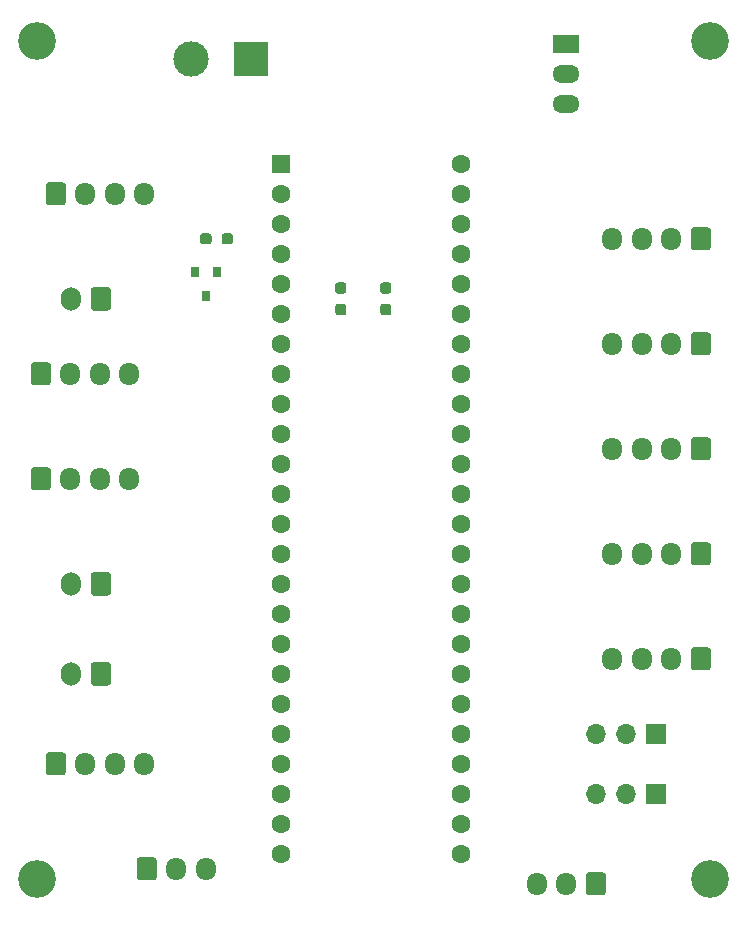
<source format=gbr>
%TF.GenerationSoftware,KiCad,Pcbnew,(5.1.9)-1*%
%TF.CreationDate,2021-03-25T13:19:16+01:00*%
%TF.ProjectId,kicad_robot_teensy,6b696361-645f-4726-9f62-6f745f746565,rev?*%
%TF.SameCoordinates,Original*%
%TF.FileFunction,Soldermask,Top*%
%TF.FilePolarity,Negative*%
%FSLAX46Y46*%
G04 Gerber Fmt 4.6, Leading zero omitted, Abs format (unit mm)*
G04 Created by KiCad (PCBNEW (5.1.9)-1) date 2021-03-25 13:19:16*
%MOMM*%
%LPD*%
G01*
G04 APERTURE LIST*
%ADD10C,3.200000*%
%ADD11O,1.700000X1.700000*%
%ADD12R,1.700000X1.700000*%
%ADD13C,1.600000*%
%ADD14R,1.600000X1.600000*%
%ADD15R,3.000000X3.000000*%
%ADD16C,3.000000*%
%ADD17O,1.700000X1.950000*%
%ADD18O,1.700000X2.000000*%
%ADD19R,0.800000X0.900000*%
%ADD20R,2.300000X1.500000*%
%ADD21O,2.300000X1.500000*%
G04 APERTURE END LIST*
D10*
%TO.C,REF\u002A\u002A*%
X190000000Y-152000000D03*
%TD*%
%TO.C,REF\u002A\u002A*%
X133000000Y-152000000D03*
%TD*%
D11*
%TO.C,CONN->SERV_BAR1*%
X180340000Y-139700000D03*
X182880000Y-139700000D03*
D12*
X185420000Y-139700000D03*
%TD*%
D10*
%TO.C,REF\u002A\u002A*%
X133000000Y-81000000D03*
%TD*%
%TO.C,REF\u002A\u002A*%
X190000000Y-81000000D03*
%TD*%
D13*
%TO.C,CARTE_MICR_COTROL1*%
X153670000Y-132080000D03*
X153670000Y-134620000D03*
X153670000Y-137160000D03*
X153670000Y-139700000D03*
X153670000Y-129540000D03*
X153670000Y-127000000D03*
X153670000Y-124460000D03*
X153670000Y-142240000D03*
X153670000Y-144780000D03*
X153670000Y-147320000D03*
X153670000Y-149860000D03*
X168910000Y-149860000D03*
X168910000Y-147320000D03*
X168910000Y-144780000D03*
X168910000Y-142240000D03*
X168910000Y-139700000D03*
X168910000Y-137160000D03*
X168910000Y-134620000D03*
X168910000Y-132080000D03*
X153670000Y-121920000D03*
X153670000Y-119380000D03*
X153670000Y-116840000D03*
X153670000Y-114300000D03*
X153670000Y-111760000D03*
X153670000Y-109220000D03*
X153670000Y-106680000D03*
X153670000Y-104140000D03*
X153670000Y-101600000D03*
X153670000Y-99060000D03*
X153670000Y-96520000D03*
X153670000Y-93980000D03*
D14*
X153670000Y-91440000D03*
D13*
X168910000Y-129540000D03*
X168910000Y-127000000D03*
X168910000Y-124460000D03*
X168910000Y-121920000D03*
X168910000Y-119380000D03*
X168910000Y-116840000D03*
X168910000Y-114300000D03*
X168910000Y-111760000D03*
X168910000Y-109220000D03*
X168910000Y-106680000D03*
X168910000Y-104140000D03*
X168910000Y-101600000D03*
X168910000Y-99060000D03*
X168910000Y-96520000D03*
X168910000Y-93980000D03*
X168910000Y-91440000D03*
%TD*%
D15*
%TO.C,ALIM_1*%
X151130000Y-82550000D03*
D16*
X146050000Y-82550000D03*
%TD*%
D17*
%TO.C,CONN->DISP1*%
X140850000Y-109220000D03*
X138350000Y-109220000D03*
X135850000Y-109220000D03*
G36*
G01*
X132500000Y-109945000D02*
X132500000Y-108495000D01*
G75*
G02*
X132750000Y-108245000I250000J0D01*
G01*
X133950000Y-108245000D01*
G75*
G02*
X134200000Y-108495000I0J-250000D01*
G01*
X134200000Y-109945000D01*
G75*
G02*
X133950000Y-110195000I-250000J0D01*
G01*
X132750000Y-110195000D01*
G75*
G02*
X132500000Y-109945000I0J250000D01*
G01*
G37*
%TD*%
%TO.C,CONN->LID1*%
X142120000Y-93980000D03*
X139620000Y-93980000D03*
X137120000Y-93980000D03*
G36*
G01*
X133770000Y-94705000D02*
X133770000Y-93255000D01*
G75*
G02*
X134020000Y-93005000I250000J0D01*
G01*
X135220000Y-93005000D01*
G75*
G02*
X135470000Y-93255000I0J-250000D01*
G01*
X135470000Y-94705000D01*
G75*
G02*
X135220000Y-94955000I-250000J0D01*
G01*
X134020000Y-94955000D01*
G75*
G02*
X133770000Y-94705000I0J250000D01*
G01*
G37*
%TD*%
%TO.C,CONN->MD10_MOT_1*%
G36*
G01*
X141470000Y-151855000D02*
X141470000Y-150405000D01*
G75*
G02*
X141720000Y-150155000I250000J0D01*
G01*
X142920000Y-150155000D01*
G75*
G02*
X143170000Y-150405000I0J-250000D01*
G01*
X143170000Y-151855000D01*
G75*
G02*
X142920000Y-152105000I-250000J0D01*
G01*
X141720000Y-152105000D01*
G75*
G02*
X141470000Y-151855000I0J250000D01*
G01*
G37*
X144820000Y-151130000D03*
X147320000Y-151130000D03*
%TD*%
%TO.C,CONN->MD10_MOT_2*%
X175340000Y-152400000D03*
X177840000Y-152400000D03*
G36*
G01*
X181190000Y-151675000D02*
X181190000Y-153125000D01*
G75*
G02*
X180940000Y-153375000I-250000J0D01*
G01*
X179740000Y-153375000D01*
G75*
G02*
X179490000Y-153125000I0J250000D01*
G01*
X179490000Y-151675000D01*
G75*
G02*
X179740000Y-151425000I250000J0D01*
G01*
X180940000Y-151425000D01*
G75*
G02*
X181190000Y-151675000I0J-250000D01*
G01*
G37*
%TD*%
D18*
%TO.C,CONN->MOT_LID1*%
X135930000Y-102870000D03*
G36*
G01*
X139280000Y-102120000D02*
X139280000Y-103620000D01*
G75*
G02*
X139030000Y-103870000I-250000J0D01*
G01*
X137830000Y-103870000D01*
G75*
G02*
X137580000Y-103620000I0J250000D01*
G01*
X137580000Y-102120000D01*
G75*
G02*
X137830000Y-101870000I250000J0D01*
G01*
X139030000Y-101870000D01*
G75*
G02*
X139280000Y-102120000I0J-250000D01*
G01*
G37*
%TD*%
D12*
%TO.C,CONN->SERV_PAV1*%
X185420000Y-144780000D03*
D11*
X182880000Y-144780000D03*
X180340000Y-144780000D03*
%TD*%
%TO.C,CONN->X-BEE1*%
G36*
G01*
X132500000Y-118835000D02*
X132500000Y-117385000D01*
G75*
G02*
X132750000Y-117135000I250000J0D01*
G01*
X133950000Y-117135000D01*
G75*
G02*
X134200000Y-117385000I0J-250000D01*
G01*
X134200000Y-118835000D01*
G75*
G02*
X133950000Y-119085000I-250000J0D01*
G01*
X132750000Y-119085000D01*
G75*
G02*
X132500000Y-118835000I0J250000D01*
G01*
G37*
D17*
X135850000Y-118110000D03*
X138350000Y-118110000D03*
X140850000Y-118110000D03*
%TD*%
%TO.C,CONN_COL1*%
G36*
G01*
X139280000Y-133870000D02*
X139280000Y-135370000D01*
G75*
G02*
X139030000Y-135620000I-250000J0D01*
G01*
X137830000Y-135620000D01*
G75*
G02*
X137580000Y-135370000I0J250000D01*
G01*
X137580000Y-133870000D01*
G75*
G02*
X137830000Y-133620000I250000J0D01*
G01*
X139030000Y-133620000D01*
G75*
G02*
X139280000Y-133870000I0J-250000D01*
G01*
G37*
D18*
X135930000Y-134620000D03*
%TD*%
%TO.C,CONN_TIR1*%
G36*
G01*
X139280000Y-126250000D02*
X139280000Y-127750000D01*
G75*
G02*
X139030000Y-128000000I-250000J0D01*
G01*
X137830000Y-128000000D01*
G75*
G02*
X137580000Y-127750000I0J250000D01*
G01*
X137580000Y-126250000D01*
G75*
G02*
X137830000Y-126000000I250000J0D01*
G01*
X139030000Y-126000000D01*
G75*
G02*
X139280000Y-126250000I0J-250000D01*
G01*
G37*
X135930000Y-127000000D03*
%TD*%
D17*
%TO.C,J1*%
X181730000Y-106680000D03*
X184230000Y-106680000D03*
X186730000Y-106680000D03*
G36*
G01*
X190080000Y-105955000D02*
X190080000Y-107405000D01*
G75*
G02*
X189830000Y-107655000I-250000J0D01*
G01*
X188630000Y-107655000D01*
G75*
G02*
X188380000Y-107405000I0J250000D01*
G01*
X188380000Y-105955000D01*
G75*
G02*
X188630000Y-105705000I250000J0D01*
G01*
X189830000Y-105705000D01*
G75*
G02*
X190080000Y-105955000I0J-250000D01*
G01*
G37*
%TD*%
%TO.C,J2*%
G36*
G01*
X190080000Y-97065000D02*
X190080000Y-98515000D01*
G75*
G02*
X189830000Y-98765000I-250000J0D01*
G01*
X188630000Y-98765000D01*
G75*
G02*
X188380000Y-98515000I0J250000D01*
G01*
X188380000Y-97065000D01*
G75*
G02*
X188630000Y-96815000I250000J0D01*
G01*
X189830000Y-96815000D01*
G75*
G02*
X190080000Y-97065000I0J-250000D01*
G01*
G37*
X186730000Y-97790000D03*
X184230000Y-97790000D03*
X181730000Y-97790000D03*
%TD*%
%TO.C,J_FTM->R_COD_1*%
X181730000Y-133350000D03*
X184230000Y-133350000D03*
X186730000Y-133350000D03*
G36*
G01*
X190080000Y-132625000D02*
X190080000Y-134075000D01*
G75*
G02*
X189830000Y-134325000I-250000J0D01*
G01*
X188630000Y-134325000D01*
G75*
G02*
X188380000Y-134075000I0J250000D01*
G01*
X188380000Y-132625000D01*
G75*
G02*
X188630000Y-132375000I250000J0D01*
G01*
X189830000Y-132375000D01*
G75*
G02*
X190080000Y-132625000I0J-250000D01*
G01*
G37*
%TD*%
%TO.C,J_FTM->R_COD_2*%
G36*
G01*
X133770000Y-142965000D02*
X133770000Y-141515000D01*
G75*
G02*
X134020000Y-141265000I250000J0D01*
G01*
X135220000Y-141265000D01*
G75*
G02*
X135470000Y-141515000I0J-250000D01*
G01*
X135470000Y-142965000D01*
G75*
G02*
X135220000Y-143215000I-250000J0D01*
G01*
X134020000Y-143215000D01*
G75*
G02*
X133770000Y-142965000I0J250000D01*
G01*
G37*
X137120000Y-142240000D03*
X139620000Y-142240000D03*
X142120000Y-142240000D03*
%TD*%
%TO.C,J_I2C->MULTIPLEX1*%
G36*
G01*
X190080000Y-114845000D02*
X190080000Y-116295000D01*
G75*
G02*
X189830000Y-116545000I-250000J0D01*
G01*
X188630000Y-116545000D01*
G75*
G02*
X188380000Y-116295000I0J250000D01*
G01*
X188380000Y-114845000D01*
G75*
G02*
X188630000Y-114595000I250000J0D01*
G01*
X189830000Y-114595000D01*
G75*
G02*
X190080000Y-114845000I0J-250000D01*
G01*
G37*
X186730000Y-115570000D03*
X184230000Y-115570000D03*
X181730000Y-115570000D03*
%TD*%
%TO.C,J_I2C->MULTIPLEX2*%
G36*
G01*
X190080000Y-123735000D02*
X190080000Y-125185000D01*
G75*
G02*
X189830000Y-125435000I-250000J0D01*
G01*
X188630000Y-125435000D01*
G75*
G02*
X188380000Y-125185000I0J250000D01*
G01*
X188380000Y-123735000D01*
G75*
G02*
X188630000Y-123485000I250000J0D01*
G01*
X189830000Y-123485000D01*
G75*
G02*
X190080000Y-123735000I0J-250000D01*
G01*
G37*
X186730000Y-124460000D03*
X184230000Y-124460000D03*
X181730000Y-124460000D03*
%TD*%
D19*
%TO.C,Q1*%
X148270000Y-100600000D03*
X146370000Y-100600000D03*
X147320000Y-102600000D03*
%TD*%
%TO.C,R1*%
G36*
G01*
X162322500Y-103295000D02*
X162797500Y-103295000D01*
G75*
G02*
X163035000Y-103532500I0J-237500D01*
G01*
X163035000Y-104032500D01*
G75*
G02*
X162797500Y-104270000I-237500J0D01*
G01*
X162322500Y-104270000D01*
G75*
G02*
X162085000Y-104032500I0J237500D01*
G01*
X162085000Y-103532500D01*
G75*
G02*
X162322500Y-103295000I237500J0D01*
G01*
G37*
G36*
G01*
X162322500Y-101470000D02*
X162797500Y-101470000D01*
G75*
G02*
X163035000Y-101707500I0J-237500D01*
G01*
X163035000Y-102207500D01*
G75*
G02*
X162797500Y-102445000I-237500J0D01*
G01*
X162322500Y-102445000D01*
G75*
G02*
X162085000Y-102207500I0J237500D01*
G01*
X162085000Y-101707500D01*
G75*
G02*
X162322500Y-101470000I237500J0D01*
G01*
G37*
%TD*%
%TO.C,R2*%
G36*
G01*
X158512500Y-101470000D02*
X158987500Y-101470000D01*
G75*
G02*
X159225000Y-101707500I0J-237500D01*
G01*
X159225000Y-102207500D01*
G75*
G02*
X158987500Y-102445000I-237500J0D01*
G01*
X158512500Y-102445000D01*
G75*
G02*
X158275000Y-102207500I0J237500D01*
G01*
X158275000Y-101707500D01*
G75*
G02*
X158512500Y-101470000I237500J0D01*
G01*
G37*
G36*
G01*
X158512500Y-103295000D02*
X158987500Y-103295000D01*
G75*
G02*
X159225000Y-103532500I0J-237500D01*
G01*
X159225000Y-104032500D01*
G75*
G02*
X158987500Y-104270000I-237500J0D01*
G01*
X158512500Y-104270000D01*
G75*
G02*
X158275000Y-104032500I0J237500D01*
G01*
X158275000Y-103532500D01*
G75*
G02*
X158512500Y-103295000I237500J0D01*
G01*
G37*
%TD*%
%TO.C,R_Pull_D_MOT_LID1*%
G36*
G01*
X149632500Y-97552500D02*
X149632500Y-98027500D01*
G75*
G02*
X149395000Y-98265000I-237500J0D01*
G01*
X148895000Y-98265000D01*
G75*
G02*
X148657500Y-98027500I0J237500D01*
G01*
X148657500Y-97552500D01*
G75*
G02*
X148895000Y-97315000I237500J0D01*
G01*
X149395000Y-97315000D01*
G75*
G02*
X149632500Y-97552500I0J-237500D01*
G01*
G37*
G36*
G01*
X147807500Y-97552500D02*
X147807500Y-98027500D01*
G75*
G02*
X147570000Y-98265000I-237500J0D01*
G01*
X147070000Y-98265000D01*
G75*
G02*
X146832500Y-98027500I0J237500D01*
G01*
X146832500Y-97552500D01*
G75*
G02*
X147070000Y-97315000I237500J0D01*
G01*
X147570000Y-97315000D01*
G75*
G02*
X147807500Y-97552500I0J-237500D01*
G01*
G37*
%TD*%
D20*
%TO.C,U12->5*%
X177800000Y-81280000D03*
D21*
X177800000Y-83820000D03*
X177800000Y-86360000D03*
%TD*%
M02*

</source>
